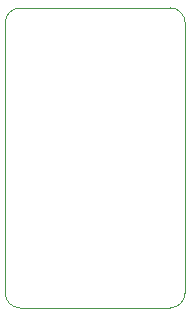
<source format=gbr>
%TF.GenerationSoftware,KiCad,Pcbnew,6.0.7-f9a2dced07~116~ubuntu20.04.1*%
%TF.CreationDate,2022-09-17T13:59:54-07:00*%
%TF.ProjectId,encoder_adapter,656e636f-6465-4725-9f61-646170746572,V1*%
%TF.SameCoordinates,Original*%
%TF.FileFunction,Profile,NP*%
%FSLAX46Y46*%
G04 Gerber Fmt 4.6, Leading zero omitted, Abs format (unit mm)*
G04 Created by KiCad (PCBNEW 6.0.7-f9a2dced07~116~ubuntu20.04.1) date 2022-09-17 13:59:54*
%MOMM*%
%LPD*%
G01*
G04 APERTURE LIST*
%TA.AperFunction,Profile*%
%ADD10C,0.100000*%
%TD*%
G04 APERTURE END LIST*
D10*
X121920000Y-88900000D02*
G75*
G03*
X120650000Y-90170000I0J-1270000D01*
G01*
X121920000Y-114300000D02*
X134620000Y-114300000D01*
X120650000Y-90170000D02*
X120650000Y-113030000D01*
X135890000Y-113030000D02*
X135890000Y-90170000D01*
X135890000Y-90170000D02*
G75*
G03*
X134620000Y-88900000I-1270000J0D01*
G01*
X120650000Y-113030000D02*
G75*
G03*
X121920000Y-114300000I1270000J0D01*
G01*
X134620000Y-114300000D02*
G75*
G03*
X135890000Y-113030000I0J1270000D01*
G01*
X134620000Y-88900000D02*
X121920000Y-88900000D01*
M02*

</source>
